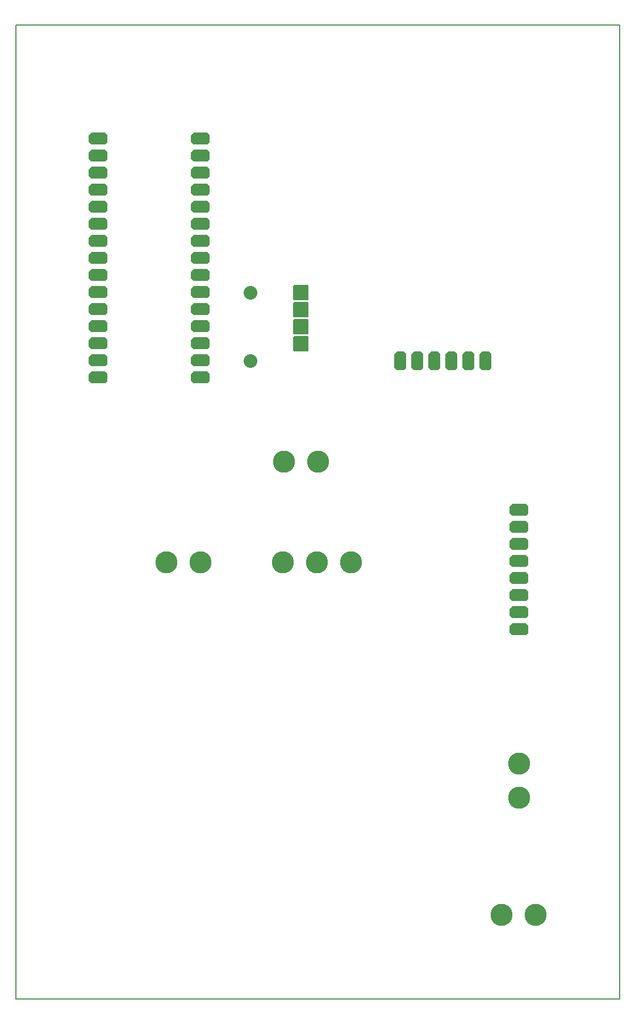
<source format=gbr>
G04 PROTEUS GERBER X2 FILE*
%TF.GenerationSoftware,Labcenter,Proteus,8.10-SP3-Build29560*%
%TF.CreationDate,2022-02-24T20:56:41+00:00*%
%TF.FileFunction,Soldermask,Bot*%
%TF.FilePolarity,Negative*%
%TF.Part,Single*%
%TF.SameCoordinates,{e0c8fd6e-37dc-4a7a-b3f3-70e9e95a6a86}*%
%FSLAX45Y45*%
%MOMM*%
G01*
%AMPPAD010*
4,1,8,
-1.397000,-0.509800,
-1.397000,0.509800,
-1.017800,0.889000,
1.017800,0.889000,
1.397000,0.509800,
1.397000,-0.509800,
1.017800,-0.889000,
-1.017800,-0.889000,
-1.397000,-0.509800,
0*%
%TA.AperFunction,Material*%
%ADD70PPAD010*%
%AMPPAD011*
4,1,8,
0.509800,-1.397000,
-0.509800,-1.397000,
-0.889000,-1.017800,
-0.889000,1.017800,
-0.509800,1.397000,
0.509800,1.397000,
0.889000,1.017800,
0.889000,-1.017800,
0.509800,-1.397000,
0*%
%TA.AperFunction,Material*%
%ADD71PPAD011*%
%TA.AperFunction,Material*%
%ADD20C,3.302000*%
%ADD21C,2.032000*%
%AMPPAD014*
4,1,36,
1.143000,1.016000,
1.143000,-1.016000,
1.140470,-1.041970,
1.133200,-1.065980,
1.121650,-1.087580,
1.106290,-1.106290,
1.087570,-1.121650,
1.065980,-1.133200,
1.041970,-1.140470,
1.016000,-1.143000,
-1.016000,-1.143000,
-1.041970,-1.140470,
-1.065980,-1.133200,
-1.087570,-1.121650,
-1.106290,-1.106290,
-1.121650,-1.087580,
-1.133200,-1.065980,
-1.140470,-1.041970,
-1.143000,-1.016000,
-1.143000,1.016000,
-1.140470,1.041970,
-1.133200,1.065980,
-1.121650,1.087580,
-1.106290,1.106290,
-1.087570,1.121650,
-1.065980,1.133200,
-1.041970,1.140470,
-1.016000,1.143000,
1.016000,1.143000,
1.041970,1.140470,
1.065980,1.133200,
1.087570,1.121650,
1.106290,1.106290,
1.121650,1.087580,
1.133200,1.065980,
1.140470,1.041970,
1.143000,1.016000,
0*%
%TA.AperFunction,Material*%
%ADD22PPAD014*%
%TA.AperFunction,Profile*%
%ADD15C,0.203200*%
%TD.AperFunction*%
D70*
X-7750000Y+6250000D03*
X-7750000Y+6504000D03*
X-7750000Y+6758000D03*
X-7750000Y+7012000D03*
X-7750000Y+7266000D03*
X-7750000Y+7520000D03*
X-7750000Y+7774000D03*
X-7750000Y+8028000D03*
X-7750000Y+8282000D03*
X-7750000Y+8536000D03*
X-7750000Y+8790000D03*
X-7750000Y+9044000D03*
X-7750000Y+9298000D03*
X-7750000Y+9552000D03*
X-7750000Y+9806000D03*
X-9274000Y+9806000D03*
X-9274000Y+9552000D03*
X-9274000Y+9298000D03*
X-9274000Y+9044000D03*
X-9274000Y+8790000D03*
X-9274000Y+8536000D03*
X-9274000Y+8282000D03*
X-9274000Y+8028000D03*
X-9274000Y+7774000D03*
X-9274000Y+7520000D03*
X-9274000Y+7266000D03*
X-9274000Y+7012000D03*
X-9274000Y+6758000D03*
X-9274000Y+6504000D03*
X-9274000Y+6250000D03*
D71*
X-3500000Y+6500000D03*
X-3754000Y+6500000D03*
X-4008000Y+6500000D03*
X-4262000Y+6500000D03*
X-4516000Y+6500000D03*
X-4770000Y+6500000D03*
D20*
X-3000000Y+0D03*
X-3000000Y+508000D03*
X-7750000Y+3500000D03*
X-8258000Y+3500000D03*
X-5500000Y+3500000D03*
X-6008000Y+3500000D03*
X-6516000Y+3500000D03*
X-3258000Y-1750000D03*
X-2750000Y-1750000D03*
D21*
X-7000000Y+6500000D03*
X-7000000Y+7516000D03*
D22*
X-6250000Y+7512000D03*
X-6250000Y+7258000D03*
X-6250000Y+7004000D03*
X-6250000Y+6750000D03*
D70*
X-3000000Y+4278000D03*
X-3000000Y+4024000D03*
X-3000000Y+3770000D03*
X-3000000Y+3516000D03*
X-3000000Y+3262000D03*
X-3000000Y+3008000D03*
X-3000000Y+2754000D03*
X-3000000Y+2500000D03*
D20*
X-6500000Y+5000000D03*
X-5992000Y+5000000D03*
D15*
X-10500000Y-3000000D02*
X-1500000Y-3000000D01*
X-1500000Y+11500000D01*
X-10500000Y+11500000D01*
X-10500000Y-3000000D01*
M02*

</source>
